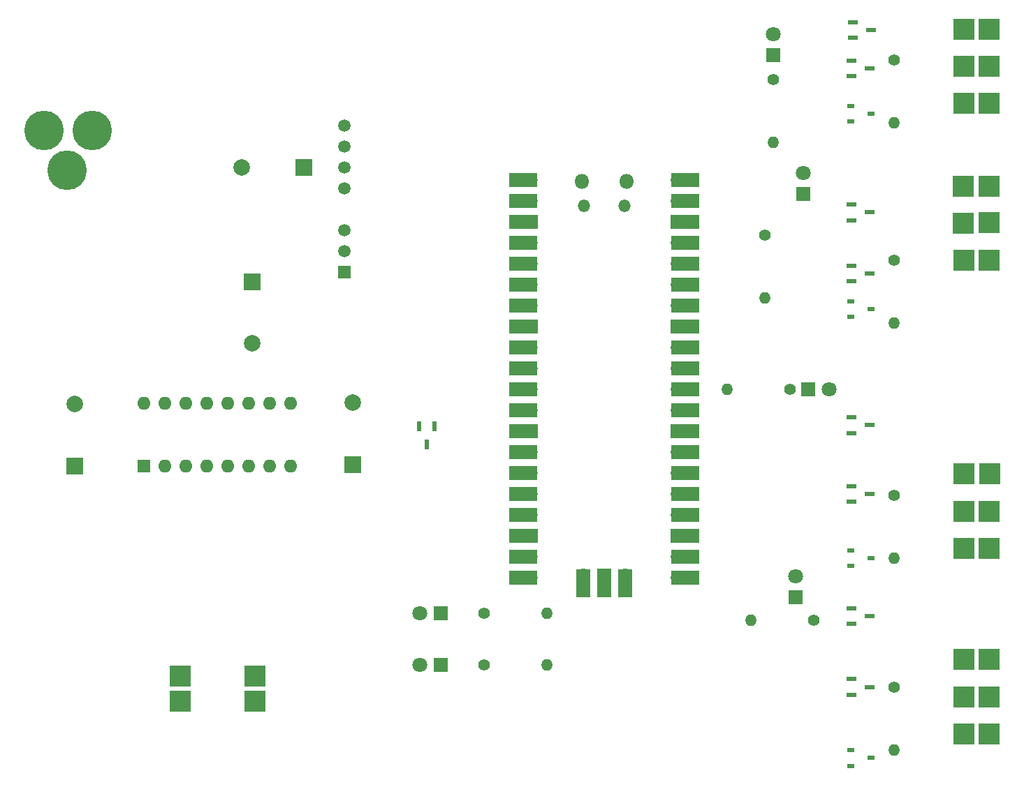
<source format=gbr>
%TF.GenerationSoftware,KiCad,Pcbnew,(6.0.7)*%
%TF.CreationDate,2022-12-25T01:48:00-08:00*%
%TF.ProjectId,ControlBoard,436f6e74-726f-46c4-926f-6172642e6b69,rev?*%
%TF.SameCoordinates,Original*%
%TF.FileFunction,Soldermask,Top*%
%TF.FilePolarity,Negative*%
%FSLAX46Y46*%
G04 Gerber Fmt 4.6, Leading zero omitted, Abs format (unit mm)*
G04 Created by KiCad (PCBNEW (6.0.7)) date 2022-12-25 01:48:00*
%MOMM*%
%LPD*%
G01*
G04 APERTURE LIST*
%ADD10C,1.400000*%
%ADD11O,1.400000X1.400000*%
%ADD12R,1.800000X1.800000*%
%ADD13C,1.800000*%
%ADD14R,2.500000X2.500000*%
%ADD15R,0.850000X0.600000*%
%ADD16O,1.800000X1.800000*%
%ADD17O,1.500000X1.500000*%
%ADD18O,1.700000X1.700000*%
%ADD19R,3.500000X1.700000*%
%ADD20R,1.700000X1.700000*%
%ADD21R,1.700000X3.500000*%
%ADD22R,1.600000X1.600000*%
%ADD23O,1.600000X1.600000*%
%ADD24R,1.200000X0.600000*%
%ADD25R,0.600000X1.200000*%
%ADD26R,1.508000X1.508000*%
%ADD27C,1.508000*%
%ADD28C,4.800000*%
%ADD29R,2.000000X2.000000*%
%ADD30C,2.000000*%
G04 APERTURE END LIST*
D10*
%TO.C,R10*%
X223260000Y-106670000D03*
D11*
X215640000Y-106670000D03*
%TD*%
D10*
%TO.C,R9*%
X220400000Y-78700000D03*
D11*
X212780000Y-78700000D03*
%TD*%
D10*
%TO.C,R8*%
X217320000Y-59990000D03*
D11*
X217320000Y-67610000D03*
%TD*%
D10*
%TO.C,R7*%
X218350000Y-41060000D03*
D11*
X218350000Y-48680000D03*
%TD*%
D10*
%TO.C,R6*%
X183300000Y-105840000D03*
D11*
X190920000Y-105840000D03*
%TD*%
D10*
%TO.C,R5*%
X183300000Y-112100000D03*
D11*
X190920000Y-112100000D03*
%TD*%
D12*
%TO.C,D6*%
X221100000Y-103885000D03*
D13*
X221100000Y-101345000D03*
%TD*%
D12*
%TO.C,D5*%
X222555000Y-78700000D03*
D13*
X225095000Y-78700000D03*
%TD*%
D12*
%TO.C,D4*%
X221970000Y-55005000D03*
D13*
X221970000Y-52465000D03*
%TD*%
D12*
%TO.C,D3*%
X218350000Y-38105000D03*
D13*
X218350000Y-35565000D03*
%TD*%
D12*
%TO.C,D2*%
X178075000Y-105860000D03*
D13*
X175535000Y-105860000D03*
%TD*%
D12*
%TO.C,D1*%
X178075000Y-112100000D03*
D13*
X175535000Y-112100000D03*
%TD*%
D14*
%TO.C,RailB2*%
X155500000Y-113470000D03*
%TD*%
%TO.C,RailA2*%
X146470000Y-113480000D03*
%TD*%
%TO.C,G4R2*%
X241470000Y-111470000D03*
%TD*%
%TO.C,G4M2*%
X241470000Y-115990000D03*
%TD*%
%TO.C,G4L2*%
X241450000Y-120530000D03*
%TD*%
%TO.C,G3R2*%
X241500000Y-88960000D03*
%TD*%
%TO.C,G3M2*%
X241440000Y-93520000D03*
%TD*%
%TO.C,G3L2*%
X241430000Y-98010000D03*
%TD*%
%TO.C,G2R2*%
X241400000Y-54000000D03*
%TD*%
%TO.C,G2M2*%
X241420000Y-58490000D03*
%TD*%
%TO.C,G2L2*%
X241470000Y-62980000D03*
%TD*%
%TO.C,G1R2*%
X241450000Y-34970000D03*
%TD*%
%TO.C,G1M2*%
X241440000Y-39490000D03*
%TD*%
%TO.C,G1L2*%
X241430000Y-43970000D03*
%TD*%
%TO.C,RailB1*%
X155500000Y-116520000D03*
%TD*%
%TO.C,RailA1*%
X146480000Y-116520000D03*
%TD*%
%TO.C,G4R1*%
X244520000Y-111480000D03*
%TD*%
%TO.C,G4M1*%
X244550000Y-115980000D03*
%TD*%
%TO.C,G4L1*%
X244530000Y-120490000D03*
%TD*%
%TO.C,G3R1*%
X244560000Y-88950000D03*
%TD*%
%TO.C,G3M1*%
X244490000Y-93520000D03*
%TD*%
%TO.C,G3L1*%
X244490000Y-98000000D03*
%TD*%
%TO.C,G2R1*%
X244470000Y-54000000D03*
%TD*%
%TO.C,G2M1*%
X244490000Y-58480000D03*
%TD*%
%TO.C,G2L1*%
X244530000Y-62990000D03*
%TD*%
%TO.C,G1R1*%
X244520000Y-35000000D03*
%TD*%
%TO.C,G1M1*%
X244510000Y-39480000D03*
%TD*%
%TO.C,G1L1*%
X244540000Y-43980000D03*
%TD*%
D10*
%TO.C,R4*%
X232980000Y-114840000D03*
D11*
X232980000Y-122460000D03*
%TD*%
D10*
%TO.C,R3*%
X232980000Y-91540000D03*
D11*
X232980000Y-99160000D03*
%TD*%
%TO.C,R2*%
X232980000Y-70600000D03*
D10*
X232980000Y-62980000D03*
%TD*%
%TO.C,R1*%
X232980000Y-38740000D03*
D11*
X232980000Y-46360000D03*
%TD*%
D15*
%TO.C,IC4*%
X227710000Y-122460000D03*
X227710000Y-124360000D03*
X230210000Y-123410000D03*
%TD*%
%TO.C,IC3*%
X227710000Y-98190000D03*
X227710000Y-100090000D03*
X230210000Y-99140000D03*
%TD*%
%TO.C,IC2*%
X227710000Y-67990000D03*
X227710000Y-69890000D03*
X230210000Y-68940000D03*
%TD*%
%TO.C,IC1*%
X227710000Y-44290000D03*
X227710000Y-46190000D03*
X230210000Y-45240000D03*
%TD*%
D16*
%TO.C,U2*%
X200595000Y-53415000D03*
X195145000Y-53415000D03*
D17*
X195445000Y-56445000D03*
X200295000Y-56445000D03*
D18*
X188980000Y-53285000D03*
D19*
X188080000Y-53285000D03*
D18*
X188980000Y-55825000D03*
D19*
X188080000Y-55825000D03*
X188080000Y-58365000D03*
D20*
X188980000Y-58365000D03*
D18*
X188980000Y-60905000D03*
D19*
X188080000Y-60905000D03*
D18*
X188980000Y-63445000D03*
D19*
X188080000Y-63445000D03*
D18*
X188980000Y-65985000D03*
D19*
X188080000Y-65985000D03*
X188080000Y-68525000D03*
D18*
X188980000Y-68525000D03*
D20*
X188980000Y-71065000D03*
D19*
X188080000Y-71065000D03*
X188080000Y-73605000D03*
D18*
X188980000Y-73605000D03*
X188980000Y-76145000D03*
D19*
X188080000Y-76145000D03*
X188080000Y-78685000D03*
D18*
X188980000Y-78685000D03*
X188980000Y-81225000D03*
D19*
X188080000Y-81225000D03*
D20*
X188980000Y-83765000D03*
D19*
X188080000Y-83765000D03*
X188080000Y-86305000D03*
D18*
X188980000Y-86305000D03*
X188980000Y-88845000D03*
D19*
X188080000Y-88845000D03*
X188080000Y-91385000D03*
D18*
X188980000Y-91385000D03*
D19*
X188080000Y-93925000D03*
D18*
X188980000Y-93925000D03*
D19*
X188080000Y-96465000D03*
D20*
X188980000Y-96465000D03*
D18*
X188980000Y-99005000D03*
D19*
X188080000Y-99005000D03*
X188080000Y-101545000D03*
D18*
X188980000Y-101545000D03*
D19*
X207660000Y-101545000D03*
D18*
X206760000Y-101545000D03*
D19*
X207660000Y-99005000D03*
D18*
X206760000Y-99005000D03*
D19*
X207660000Y-96465000D03*
D20*
X206760000Y-96465000D03*
D18*
X206760000Y-93925000D03*
D19*
X207660000Y-93925000D03*
X207660000Y-91385000D03*
D18*
X206760000Y-91385000D03*
D19*
X207660000Y-88845000D03*
D18*
X206760000Y-88845000D03*
X206760000Y-86305000D03*
D19*
X207660000Y-86305000D03*
D20*
X206760000Y-83765000D03*
D19*
X207660000Y-83765000D03*
D18*
X206760000Y-81225000D03*
D19*
X207660000Y-81225000D03*
X207660000Y-78685000D03*
D18*
X206760000Y-78685000D03*
X206760000Y-76145000D03*
D19*
X207660000Y-76145000D03*
D18*
X206760000Y-73605000D03*
D19*
X207660000Y-73605000D03*
X207660000Y-71065000D03*
D20*
X206760000Y-71065000D03*
D19*
X207660000Y-68525000D03*
D18*
X206760000Y-68525000D03*
D19*
X207660000Y-65985000D03*
D18*
X206760000Y-65985000D03*
X206760000Y-63445000D03*
D19*
X207660000Y-63445000D03*
X207660000Y-60905000D03*
D18*
X206760000Y-60905000D03*
D19*
X207660000Y-58365000D03*
D20*
X206760000Y-58365000D03*
D19*
X207660000Y-55825000D03*
D18*
X206760000Y-55825000D03*
X206760000Y-53285000D03*
D19*
X207660000Y-53285000D03*
D21*
X195330000Y-102215000D03*
D18*
X195330000Y-101315000D03*
D20*
X197870000Y-101315000D03*
D21*
X197870000Y-102215000D03*
D18*
X200410000Y-101315000D03*
D21*
X200410000Y-102215000D03*
%TD*%
D22*
%TO.C,U1*%
X142085000Y-87960000D03*
D23*
X144625000Y-87960000D03*
X147165000Y-87960000D03*
X149705000Y-87960000D03*
X152245000Y-87960000D03*
X154785000Y-87960000D03*
X157325000Y-87960000D03*
X159865000Y-87960000D03*
X159865000Y-80340000D03*
X157325000Y-80340000D03*
X154785000Y-80340000D03*
X152245000Y-80340000D03*
X149705000Y-80340000D03*
X147165000Y-80340000D03*
X144625000Y-80340000D03*
X142085000Y-80340000D03*
%TD*%
D24*
%TO.C,Q12*%
X227860000Y-105250000D03*
X227860000Y-107150000D03*
X230060000Y-106200000D03*
%TD*%
%TO.C,Q10*%
X227860000Y-82080000D03*
X227860000Y-83980000D03*
X230060000Y-83030000D03*
%TD*%
%TO.C,Q9*%
X227860000Y-113850000D03*
X227860000Y-115750000D03*
X230060000Y-114800000D03*
%TD*%
%TO.C,Q8*%
X227860000Y-90420000D03*
X227860000Y-92320000D03*
X230060000Y-91370000D03*
%TD*%
%TO.C,Q6*%
X227860000Y-56250000D03*
X227860000Y-58150000D03*
X230060000Y-57200000D03*
%TD*%
%TO.C,Q4*%
X227860000Y-63650000D03*
X227860000Y-65550000D03*
X230060000Y-64600000D03*
%TD*%
%TO.C,Q3*%
X227860000Y-38770000D03*
X227860000Y-40670000D03*
X230060000Y-39720000D03*
%TD*%
%TO.C,Q2*%
X228020000Y-34130000D03*
X228020000Y-36030000D03*
X230220000Y-35080000D03*
%TD*%
D25*
%TO.C,Q1*%
X177290000Y-83190000D03*
X175390000Y-83190000D03*
X176340000Y-85390000D03*
%TD*%
D26*
%TO.C,PS1*%
X166380000Y-64447500D03*
D27*
X166380000Y-61907500D03*
X166380000Y-59367500D03*
X166380000Y-54287500D03*
X166380000Y-51747500D03*
X166380000Y-49207500D03*
X166380000Y-46667500D03*
%TD*%
D28*
%TO.C,J1*%
X135779500Y-47280000D03*
X129979500Y-47280000D03*
X132779500Y-52080000D03*
%TD*%
D29*
%TO.C,C4*%
X167374880Y-87795119D03*
D30*
X167374880Y-80295119D03*
%TD*%
D29*
%TO.C,C3*%
X161417677Y-51740000D03*
D30*
X153917677Y-51740000D03*
%TD*%
%TO.C,C2*%
X133650000Y-80487677D03*
D29*
X133650000Y-87987677D03*
%TD*%
D30*
%TO.C,C1*%
X155175000Y-73102323D03*
D29*
X155175000Y-65602323D03*
%TD*%
M02*

</source>
